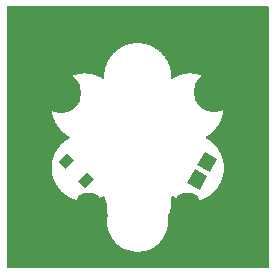
<source format=gbr>
G04 EAGLE Gerber RS-274X export*
G75*
%MOMM*%
%FSLAX34Y34*%
%LPD*%
%INSoldermask Top*%
%IPPOS*%
%AMOC8*
5,1,8,0,0,1.08239X$1,22.5*%
G01*
%ADD10C,0.203200*%
%ADD11C,3.419200*%
%ADD12C,1.623313*%
%ADD13R,0.833200X1.033200*%
%ADD14R,1.303200X1.203200*%

G36*
X111007Y110058D02*
X111007Y110058D01*
X111009Y110116D01*
X110987Y110198D01*
X110975Y110282D01*
X110952Y110335D01*
X110937Y110391D01*
X110894Y110464D01*
X110859Y110541D01*
X110821Y110586D01*
X110792Y110636D01*
X110730Y110694D01*
X110676Y110758D01*
X110627Y110790D01*
X110584Y110830D01*
X110509Y110869D01*
X110439Y110916D01*
X110383Y110933D01*
X110331Y110960D01*
X110263Y110971D01*
X110168Y111001D01*
X110068Y111004D01*
X110000Y111015D01*
X-110000Y111015D01*
X-110058Y111007D01*
X-110116Y111009D01*
X-110198Y110987D01*
X-110282Y110975D01*
X-110335Y110952D01*
X-110391Y110937D01*
X-110464Y110894D01*
X-110541Y110859D01*
X-110586Y110821D01*
X-110636Y110792D01*
X-110694Y110730D01*
X-110758Y110676D01*
X-110790Y110627D01*
X-110830Y110584D01*
X-110869Y110509D01*
X-110916Y110439D01*
X-110933Y110383D01*
X-110960Y110331D01*
X-110971Y110263D01*
X-111001Y110168D01*
X-111004Y110068D01*
X-111015Y110000D01*
X-111015Y-110000D01*
X-111007Y-110058D01*
X-111009Y-110116D01*
X-110987Y-110198D01*
X-110975Y-110282D01*
X-110952Y-110335D01*
X-110937Y-110391D01*
X-110894Y-110464D01*
X-110859Y-110541D01*
X-110821Y-110586D01*
X-110792Y-110636D01*
X-110730Y-110694D01*
X-110676Y-110758D01*
X-110627Y-110790D01*
X-110584Y-110830D01*
X-110509Y-110869D01*
X-110439Y-110916D01*
X-110383Y-110933D01*
X-110331Y-110960D01*
X-110263Y-110971D01*
X-110168Y-111001D01*
X-110068Y-111004D01*
X-110000Y-111015D01*
X110000Y-111015D01*
X110058Y-111007D01*
X110116Y-111009D01*
X110198Y-110987D01*
X110282Y-110975D01*
X110335Y-110952D01*
X110391Y-110937D01*
X110464Y-110894D01*
X110541Y-110859D01*
X110586Y-110821D01*
X110636Y-110792D01*
X110694Y-110730D01*
X110758Y-110676D01*
X110790Y-110627D01*
X110830Y-110584D01*
X110869Y-110509D01*
X110916Y-110439D01*
X110933Y-110383D01*
X110960Y-110331D01*
X110971Y-110263D01*
X111001Y-110168D01*
X111004Y-110068D01*
X111015Y-110000D01*
X111015Y110000D01*
X111007Y110058D01*
G37*
%LPC*%
G36*
X-4303Y-96363D02*
X-4303Y-96363D01*
X-8088Y-95294D01*
X-11450Y-94212D01*
X-14561Y-92668D01*
X-17410Y-90680D01*
X-19932Y-88291D01*
X-22072Y-85554D01*
X-23782Y-82530D01*
X-25025Y-79286D01*
X-25773Y-75894D01*
X-26009Y-72428D01*
X-25728Y-68966D01*
X-24919Y-65509D01*
X-24908Y-65381D01*
X-24893Y-65254D01*
X-24895Y-65240D01*
X-24894Y-65226D01*
X-24919Y-65100D01*
X-24939Y-64974D01*
X-24945Y-64962D01*
X-24948Y-64947D01*
X-25078Y-64694D01*
X-25087Y-64684D01*
X-25092Y-64674D01*
X-25727Y-63816D01*
X-27039Y-61628D01*
X-29004Y-51801D01*
X-29042Y-51694D01*
X-29074Y-51584D01*
X-29089Y-51560D01*
X-29099Y-51533D01*
X-29165Y-51440D01*
X-29225Y-51344D01*
X-29247Y-51325D01*
X-29264Y-51301D01*
X-29353Y-51230D01*
X-29438Y-51155D01*
X-29464Y-51142D01*
X-29486Y-51124D01*
X-29591Y-51081D01*
X-29694Y-51032D01*
X-29723Y-51027D01*
X-29749Y-51016D01*
X-29862Y-51004D01*
X-29975Y-50985D01*
X-30003Y-50988D01*
X-30032Y-50985D01*
X-30144Y-51005D01*
X-30257Y-51018D01*
X-30281Y-51028D01*
X-30312Y-51034D01*
X-30542Y-51146D01*
X-30563Y-51155D01*
X-33372Y-53028D01*
X-46850Y-54953D01*
X-46861Y-54909D01*
X-46888Y-54862D01*
X-46906Y-54811D01*
X-46958Y-54739D01*
X-47002Y-54662D01*
X-47041Y-54624D01*
X-47072Y-54580D01*
X-47142Y-54526D01*
X-47206Y-54464D01*
X-47254Y-54439D01*
X-47296Y-54405D01*
X-47363Y-54380D01*
X-47457Y-54330D01*
X-47549Y-54311D01*
X-47611Y-54288D01*
X-50154Y-53795D01*
X-57521Y-51165D01*
X-59312Y-50240D01*
X-62676Y-47842D01*
X-65665Y-44991D01*
X-68218Y-41743D01*
X-70284Y-38165D01*
X-71820Y-34330D01*
X-72795Y-30316D01*
X-72985Y-28333D01*
X-72985Y-22025D01*
X-72281Y-18358D01*
X-68164Y-7654D01*
X-58418Y-832D01*
X-58332Y-751D01*
X-58242Y-676D01*
X-58228Y-655D01*
X-58210Y-638D01*
X-58150Y-537D01*
X-58085Y-439D01*
X-58077Y-415D01*
X-58064Y-394D01*
X-58034Y-280D01*
X-57999Y-168D01*
X-57998Y-143D01*
X-57992Y-119D01*
X-57994Y-1D01*
X-57991Y116D01*
X-57998Y140D01*
X-57998Y165D01*
X-58034Y278D01*
X-58063Y391D01*
X-58076Y413D01*
X-58083Y437D01*
X-58149Y535D01*
X-58209Y636D01*
X-58227Y653D01*
X-58240Y674D01*
X-58330Y750D01*
X-58416Y830D01*
X-58438Y842D01*
X-58457Y858D01*
X-58564Y906D01*
X-58669Y960D01*
X-58691Y963D01*
X-58716Y975D01*
X-58998Y1015D01*
X-58999Y1015D01*
X-59000Y1015D01*
X-59693Y1015D01*
X-65247Y4718D01*
X-70844Y14047D01*
X-71398Y15651D01*
X-72624Y20147D01*
X-72995Y22077D01*
X-73189Y26204D01*
X-72795Y30316D01*
X-71820Y34330D01*
X-70284Y38165D01*
X-68218Y41743D01*
X-65665Y44991D01*
X-62676Y47842D01*
X-59312Y50240D01*
X-55641Y52135D01*
X-51738Y53489D01*
X-47611Y54288D01*
X-47560Y54305D01*
X-47507Y54314D01*
X-47426Y54352D01*
X-47342Y54380D01*
X-47298Y54411D01*
X-47249Y54434D01*
X-47182Y54493D01*
X-47110Y54544D01*
X-47100Y54556D01*
X-42123Y54971D01*
X-30321Y51037D01*
X-30298Y51033D01*
X-30277Y51023D01*
X-30159Y51007D01*
X-30041Y50986D01*
X-30019Y50988D01*
X-29996Y50985D01*
X-29878Y51002D01*
X-29759Y51014D01*
X-29737Y51022D01*
X-29714Y51026D01*
X-29606Y51075D01*
X-29495Y51120D01*
X-29476Y51134D01*
X-29456Y51143D01*
X-29365Y51221D01*
X-29270Y51294D01*
X-29257Y51313D01*
X-29239Y51328D01*
X-29173Y51427D01*
X-29103Y51524D01*
X-29095Y51546D01*
X-29083Y51565D01*
X-29062Y51638D01*
X-29006Y51791D01*
X-29003Y51846D01*
X-28991Y51888D01*
X-28015Y60668D01*
X-23564Y68087D01*
X-23542Y68101D01*
X-23492Y68121D01*
X-23437Y68166D01*
X-23347Y68223D01*
X-23284Y68292D01*
X-23233Y68335D01*
X-20478Y71509D01*
X-17354Y74212D01*
X-13877Y76444D01*
X-10119Y78158D01*
X-6155Y79321D01*
X-2066Y79908D01*
X2066Y79908D01*
X6155Y79321D01*
X10119Y78158D01*
X13877Y76444D01*
X17354Y74212D01*
X20478Y71509D01*
X23233Y68335D01*
X23274Y68299D01*
X23308Y68257D01*
X23381Y68206D01*
X23448Y68148D01*
X23497Y68125D01*
X23541Y68094D01*
X23564Y68087D01*
X28015Y60668D01*
X28991Y51888D01*
X29015Y51796D01*
X29029Y51702D01*
X29050Y51659D01*
X29062Y51613D01*
X29110Y51531D01*
X29150Y51445D01*
X29182Y51409D01*
X29206Y51368D01*
X29275Y51302D01*
X29337Y51231D01*
X29378Y51205D01*
X29412Y51172D01*
X29497Y51129D01*
X29576Y51077D01*
X29622Y51064D01*
X29665Y51042D01*
X29758Y51023D01*
X29849Y50996D01*
X29897Y50996D01*
X29944Y50986D01*
X30038Y50994D01*
X30133Y50994D01*
X30174Y51006D01*
X30227Y51010D01*
X30382Y51070D01*
X30454Y51092D01*
X34317Y53024D01*
X45983Y54968D01*
X55592Y53046D01*
X65246Y46289D01*
X71733Y35747D01*
X71820Y35530D01*
X72795Y31516D01*
X72985Y29533D01*
X72985Y23225D01*
X72216Y19220D01*
X70844Y15247D01*
X70834Y15194D01*
X70815Y15143D01*
X70807Y15055D01*
X70790Y14968D01*
X70795Y14914D01*
X70790Y14860D01*
X70807Y14773D01*
X70815Y14684D01*
X70835Y14634D01*
X70845Y14581D01*
X70886Y14502D01*
X70918Y14419D01*
X70919Y14419D01*
X66218Y5689D01*
X59410Y826D01*
X59328Y748D01*
X59242Y676D01*
X59226Y651D01*
X59204Y630D01*
X59147Y533D01*
X59085Y439D01*
X59076Y410D01*
X59060Y385D01*
X59033Y275D01*
X58999Y168D01*
X58998Y138D01*
X58991Y109D01*
X58994Y-4D01*
X58991Y-116D01*
X58999Y-145D01*
X59000Y-175D01*
X59035Y-283D01*
X59063Y-391D01*
X59078Y-417D01*
X59088Y-445D01*
X59151Y-539D01*
X59209Y-636D01*
X59230Y-656D01*
X59247Y-681D01*
X59333Y-753D01*
X59416Y-830D01*
X59442Y-844D01*
X59465Y-863D01*
X59569Y-909D01*
X59669Y-960D01*
X59695Y-964D01*
X59725Y-977D01*
X59970Y-1010D01*
X60000Y-1015D01*
X60553Y-1015D01*
X71056Y-12472D01*
X71345Y-14013D01*
X71291Y-14049D01*
X71212Y-14090D01*
X71173Y-14128D01*
X71128Y-14158D01*
X71071Y-14225D01*
X71007Y-14287D01*
X70979Y-14333D01*
X70945Y-14375D01*
X70908Y-14456D01*
X70864Y-14532D01*
X70850Y-14585D01*
X70828Y-14634D01*
X70816Y-14722D01*
X70794Y-14808D01*
X70796Y-14862D01*
X70789Y-14916D01*
X70800Y-14986D01*
X70804Y-15092D01*
X70833Y-15181D01*
X70844Y-15247D01*
X72216Y-19220D01*
X72995Y-23277D01*
X73189Y-27404D01*
X72795Y-31516D01*
X71820Y-35530D01*
X70284Y-39365D01*
X68218Y-42943D01*
X66736Y-44828D01*
X62140Y-49424D01*
X60729Y-50430D01*
X49838Y-54968D01*
X38225Y-54000D01*
X30356Y-51049D01*
X30337Y-51045D01*
X30319Y-51036D01*
X30199Y-51014D01*
X30079Y-50988D01*
X30059Y-50989D01*
X30040Y-50986D01*
X29918Y-50998D01*
X29795Y-51006D01*
X29777Y-51012D01*
X29757Y-51014D01*
X29643Y-51060D01*
X29528Y-51101D01*
X29511Y-51113D01*
X29493Y-51120D01*
X29396Y-51196D01*
X29297Y-51268D01*
X29285Y-51283D01*
X29269Y-51295D01*
X29197Y-51395D01*
X29121Y-51491D01*
X29114Y-51510D01*
X29102Y-51526D01*
X29079Y-51596D01*
X29015Y-51755D01*
X29010Y-51806D01*
X28997Y-51844D01*
X27280Y-62911D01*
X25709Y-65635D01*
X25685Y-65693D01*
X25653Y-65747D01*
X25632Y-65824D01*
X25602Y-65898D01*
X25596Y-65961D01*
X25580Y-66022D01*
X25582Y-66102D01*
X25574Y-66181D01*
X25585Y-66243D01*
X25586Y-66306D01*
X25608Y-66369D01*
X25624Y-66461D01*
X25671Y-66556D01*
X25676Y-66569D01*
X26026Y-70410D01*
X25781Y-74365D01*
X24938Y-78237D01*
X23515Y-81935D01*
X21545Y-85374D01*
X19076Y-88473D01*
X16163Y-91161D01*
X12876Y-93373D01*
X9262Y-95073D01*
X5944Y-96276D01*
X-871Y-97009D01*
X-906Y-97017D01*
X-942Y-97019D01*
X-1043Y-97052D01*
X-1146Y-97078D01*
X-1178Y-97097D01*
X-1212Y-97108D01*
X-1260Y-97141D01*
X-4303Y-96363D01*
G37*
%LPD*%
D10*
X29200Y50600D02*
X29212Y51315D01*
X29206Y52031D01*
X29183Y52745D01*
X29142Y53460D01*
X29084Y54173D01*
X29008Y54884D01*
X28915Y55593D01*
X28805Y56300D01*
X28678Y57004D01*
X28533Y57704D01*
X28371Y58401D01*
X28193Y59094D01*
X27997Y59782D01*
X27785Y60465D01*
X27556Y61143D01*
X27310Y61815D01*
X27048Y62480D01*
X26770Y63139D01*
X26476Y63791D01*
X26166Y64436D01*
X25841Y65073D01*
X25500Y65702D01*
X25144Y66322D01*
X24772Y66934D01*
X24386Y67536D01*
X23985Y68128D01*
X23570Y68711D01*
X23141Y69283D01*
X22698Y69844D01*
X22241Y70395D01*
X21771Y70934D01*
X21288Y71462D01*
X20792Y71977D01*
X20284Y72481D01*
X19763Y72971D01*
X19231Y73449D01*
X18687Y73914D01*
X18132Y74365D01*
X17566Y74803D01*
X16990Y75227D01*
X16404Y75636D01*
X15807Y76031D01*
X15201Y76411D01*
X14586Y76777D01*
X13963Y77127D01*
X13330Y77462D01*
X12690Y77781D01*
X12043Y78085D01*
X11388Y78372D01*
X10726Y78644D01*
X10058Y78899D01*
X9383Y79138D01*
X8704Y79360D01*
X8018Y79566D01*
X7329Y79755D01*
X6634Y79927D01*
X5936Y80082D01*
X5234Y80220D01*
X4529Y80340D01*
X3821Y80444D01*
X3111Y80530D01*
X2399Y80598D01*
X1685Y80649D01*
X971Y80683D01*
X256Y80699D01*
X-460Y80698D01*
X-1175Y80679D01*
X-1889Y80643D01*
X-2602Y80590D01*
X-3314Y80519D01*
X-4024Y80430D01*
X-4732Y80324D01*
X-5436Y80201D01*
X-6138Y80061D01*
X-6836Y79904D01*
X-7529Y79730D01*
X-8219Y79538D01*
X-8903Y79330D01*
X-9582Y79106D01*
X-10256Y78865D01*
X-10923Y78607D01*
X-11584Y78333D01*
X-12238Y78043D01*
X-12884Y77737D01*
X-13523Y77416D01*
X-14154Y77079D01*
X-14777Y76727D01*
X-15391Y76359D01*
X-15995Y75977D01*
X-16590Y75580D01*
X-17175Y75168D01*
X-17750Y74743D01*
X-18315Y74303D01*
X-18868Y73850D01*
X-19410Y73383D01*
X-19941Y72904D01*
X-20460Y72411D01*
X-20966Y71906D01*
X-21460Y71389D01*
X-21941Y70859D01*
X-22410Y70319D01*
X-22864Y69767D01*
X-23306Y69203D01*
X-23733Y68630D01*
X-24146Y68046D01*
X-24545Y67452D01*
X-24929Y66849D01*
X-25298Y66236D01*
X-25652Y65614D01*
X-25991Y64984D01*
X-26315Y64346D01*
X-26622Y63701D01*
X-26914Y63048D01*
X-27190Y62388D01*
X-27449Y61721D01*
X-27693Y61048D01*
X-27919Y60370D01*
X-28129Y59686D01*
X-28323Y58997D01*
X-28499Y58304D01*
X-28658Y57607D01*
X-28801Y56906D01*
X-28926Y56201D01*
X-29033Y55494D01*
X-29124Y54785D01*
X-29197Y54073D01*
X-29253Y53360D01*
X-29291Y52646D01*
X-29312Y51930D01*
X-29315Y51215D01*
X-29301Y50500D01*
X29200Y50599D02*
X29812Y50967D01*
X30433Y51319D01*
X31063Y51656D01*
X31700Y51977D01*
X32345Y52283D01*
X32998Y52573D01*
X33657Y52847D01*
X34323Y53105D01*
X34995Y53346D01*
X35672Y53571D01*
X36355Y53779D01*
X37043Y53970D01*
X37735Y54145D01*
X38432Y54302D01*
X39132Y54443D01*
X39835Y54566D01*
X40541Y54672D01*
X41249Y54761D01*
X41959Y54833D01*
X42671Y54887D01*
X43384Y54924D01*
X44098Y54943D01*
X44812Y54945D01*
X45526Y54929D01*
X46239Y54896D01*
X46951Y54845D01*
X47662Y54777D01*
X48370Y54692D01*
X49077Y54589D01*
X49781Y54470D01*
X50481Y54333D01*
X51178Y54179D01*
X51872Y54007D01*
X52560Y53819D01*
X53244Y53615D01*
X53923Y53393D01*
X54596Y53155D01*
X55263Y52901D01*
X55924Y52630D01*
X56578Y52344D01*
X57224Y52041D01*
X57863Y51723D01*
X58494Y51389D01*
X59117Y51040D01*
X59731Y50676D01*
X60336Y50297D01*
X60932Y49903D01*
X61517Y49495D01*
X62093Y49072D01*
X62658Y48636D01*
X63212Y48186D01*
X63755Y47722D01*
X64287Y47245D01*
X64806Y46756D01*
X65314Y46254D01*
X65809Y45740D01*
X66291Y45213D01*
X66761Y44675D01*
X67217Y44126D01*
X67659Y43566D01*
X68088Y42995D01*
X68503Y42414D01*
X68903Y41823D01*
X69289Y41222D01*
X69660Y40612D01*
X70016Y39993D01*
X70356Y39366D01*
X70682Y38730D01*
X70991Y38087D01*
X71285Y37436D01*
X71563Y36779D01*
X71825Y36114D01*
X72070Y35444D01*
X72299Y34768D01*
X72511Y34086D01*
X72706Y33399D01*
X72885Y32708D01*
X73047Y32013D01*
X73191Y31314D01*
X73319Y30611D01*
X73429Y29906D01*
X73522Y29198D01*
X73598Y28488D01*
X73656Y27777D01*
X73697Y27064D01*
X73721Y26350D01*
X73727Y25636D01*
X73715Y24923D01*
X73686Y24209D01*
X73640Y23497D01*
X73576Y22786D01*
X73495Y22076D01*
X73397Y21369D01*
X73281Y20665D01*
X73148Y19963D01*
X72999Y19265D01*
X72832Y18571D01*
X72648Y17881D01*
X72447Y17196D01*
X72230Y16516D01*
X71996Y15842D01*
X71745Y15173D01*
X71479Y14511D01*
X71196Y13855D01*
X70897Y13207D01*
X70583Y12566D01*
X70253Y11933D01*
X69907Y11308D01*
X69547Y10692D01*
X69171Y10085D01*
X68781Y9487D01*
X68376Y8899D01*
X67957Y8321D01*
X67524Y7753D01*
X67077Y7196D01*
X66617Y6651D01*
X66143Y6116D01*
X65657Y5594D01*
X65158Y5083D01*
X64647Y4585D01*
X64123Y4100D01*
X63588Y3627D01*
X63042Y3168D01*
X62484Y2722D01*
X61916Y2290D01*
X61337Y1871D01*
X60748Y1468D01*
X60150Y1078D01*
X59542Y704D01*
X58925Y344D01*
X58300Y0D01*
X29200Y-50500D02*
X29200Y-63510D01*
X26670Y-66040D01*
X26670Y-71120D01*
X26675Y-71771D01*
X26663Y-72421D01*
X26636Y-73072D01*
X26594Y-73721D01*
X26535Y-74369D01*
X26461Y-75016D01*
X26371Y-75660D01*
X26266Y-76302D01*
X26146Y-76942D01*
X26009Y-77578D01*
X25858Y-78211D01*
X25691Y-78840D01*
X25509Y-79465D01*
X25313Y-80085D01*
X25101Y-80700D01*
X24874Y-81310D01*
X24633Y-81915D01*
X24377Y-82513D01*
X24107Y-83105D01*
X23822Y-83690D01*
X23524Y-84269D01*
X23211Y-84840D01*
X22885Y-85403D01*
X22546Y-85958D01*
X22193Y-86505D01*
X21827Y-87043D01*
X21448Y-87572D01*
X21056Y-88091D01*
X20652Y-88602D01*
X20236Y-89102D01*
X19808Y-89592D01*
X19368Y-90071D01*
X18916Y-90540D01*
X18454Y-90998D01*
X17980Y-91444D01*
X17496Y-91879D01*
X17002Y-92302D01*
X16497Y-92713D01*
X15983Y-93112D01*
X15459Y-93498D01*
X14926Y-93871D01*
X14384Y-94231D01*
X13833Y-94578D01*
X13275Y-94912D01*
X12708Y-95232D01*
X12134Y-95538D01*
X11553Y-95831D01*
X10964Y-96109D01*
X10369Y-96373D01*
X9768Y-96622D01*
X9162Y-96857D01*
X8549Y-97077D01*
X7932Y-97283D01*
X7309Y-97473D01*
X6683Y-97648D01*
X6052Y-97808D01*
X5417Y-97953D01*
X4780Y-98082D01*
X4139Y-98196D01*
X3496Y-98295D01*
X2850Y-98377D01*
X2203Y-98445D01*
X1554Y-98496D01*
X904Y-98532D01*
X254Y-98552D01*
X-422Y-98532D01*
X-1098Y-98496D01*
X-1773Y-98443D01*
X-2446Y-98373D01*
X-3117Y-98287D01*
X-3786Y-98184D01*
X-4452Y-98066D01*
X-5115Y-97930D01*
X-5774Y-97779D01*
X-6430Y-97611D01*
X-7081Y-97428D01*
X-7728Y-97228D01*
X-8369Y-97013D01*
X-9005Y-96782D01*
X-9636Y-96535D01*
X-10260Y-96274D01*
X-10877Y-95996D01*
X-11487Y-95704D01*
X-12090Y-95397D01*
X-12685Y-95075D01*
X-13273Y-94739D01*
X-13851Y-94388D01*
X-14421Y-94024D01*
X-14982Y-93645D01*
X-15534Y-93253D01*
X-16075Y-92847D01*
X-16607Y-92428D01*
X-17128Y-91997D01*
X-17638Y-91552D01*
X-18137Y-91096D01*
X-18625Y-90627D01*
X-19102Y-90146D01*
X-19566Y-89654D01*
X-20018Y-89150D01*
X-20458Y-88636D01*
X-20884Y-88111D01*
X-21298Y-87576D01*
X-21699Y-87030D01*
X-22086Y-86475D01*
X-22459Y-85911D01*
X-22819Y-85337D01*
X-23164Y-84755D01*
X-23495Y-84165D01*
X-23811Y-83567D01*
X-24112Y-82961D01*
X-24399Y-82348D01*
X-24670Y-81728D01*
X-24927Y-81102D01*
X-25167Y-80470D01*
X-25392Y-79831D01*
X-25602Y-79188D01*
X-25795Y-78540D01*
X-25973Y-77887D01*
X-26134Y-77229D01*
X-26279Y-76569D01*
X-26408Y-75904D01*
X-26521Y-75237D01*
X-26617Y-74567D01*
X-26697Y-73895D01*
X-26761Y-73222D01*
X-26807Y-72547D01*
X-26838Y-71871D01*
X-26851Y-71194D01*
X-26848Y-70517D01*
X-26829Y-69841D01*
X-26792Y-69165D01*
X-26740Y-68491D01*
X-26670Y-67818D01*
X-26591Y-66942D01*
X-26532Y-66065D01*
X-26494Y-65187D01*
X-26476Y-64308D01*
X-26479Y-63429D01*
X-26503Y-62550D01*
X-26547Y-61672D01*
X-26611Y-60795D01*
X-26696Y-59920D01*
X-26801Y-59048D01*
X-26926Y-58178D01*
X-27072Y-57311D01*
X-27238Y-56447D01*
X-27424Y-55588D01*
X-27630Y-54734D01*
X-27856Y-53884D01*
X-28102Y-53040D01*
X-28367Y-52202D01*
X-28652Y-51370D01*
X-28956Y-50545D01*
X-28956Y-50546D02*
X-29100Y-50400D01*
X29200Y-50500D02*
X29806Y-50872D01*
X30422Y-51230D01*
X31046Y-51573D01*
X31678Y-51900D01*
X32318Y-52211D01*
X32966Y-52507D01*
X33620Y-52787D01*
X34282Y-53051D01*
X34949Y-53299D01*
X35622Y-53531D01*
X36301Y-53746D01*
X36985Y-53944D01*
X37673Y-54125D01*
X38366Y-54290D01*
X39062Y-54438D01*
X39762Y-54568D01*
X40465Y-54682D01*
X41170Y-54778D01*
X41877Y-54858D01*
X42587Y-54919D01*
X43297Y-54964D01*
X44008Y-54991D01*
X44720Y-55001D01*
X45432Y-54993D01*
X46144Y-54968D01*
X46854Y-54926D01*
X47564Y-54867D01*
X48271Y-54790D01*
X48977Y-54695D01*
X49680Y-54584D01*
X50380Y-54456D01*
X51077Y-54310D01*
X51770Y-54147D01*
X52459Y-53968D01*
X53144Y-53772D01*
X53823Y-53559D01*
X54497Y-53330D01*
X55165Y-53084D01*
X55827Y-52822D01*
X56482Y-52544D01*
X57131Y-52250D01*
X57772Y-51941D01*
X58405Y-51615D01*
X59030Y-51275D01*
X59647Y-50919D01*
X60255Y-50548D01*
X60853Y-50163D01*
X61442Y-49763D01*
X62021Y-49349D01*
X62590Y-48921D01*
X63148Y-48479D01*
X63695Y-48024D01*
X64231Y-47555D01*
X64756Y-47073D01*
X65268Y-46579D01*
X65768Y-46073D01*
X66256Y-45554D01*
X66731Y-45024D01*
X67193Y-44482D01*
X67641Y-43929D01*
X68076Y-43365D01*
X68497Y-42791D01*
X68904Y-42207D01*
X69296Y-41613D01*
X69674Y-41009D01*
X70037Y-40397D01*
X70385Y-39776D01*
X70717Y-39146D01*
X71034Y-38509D01*
X71336Y-37864D01*
X71622Y-37212D01*
X71891Y-36553D01*
X72145Y-35888D01*
X72382Y-35217D01*
X72603Y-34540D01*
X72807Y-33858D01*
X72994Y-33171D01*
X73165Y-32480D01*
X73319Y-31785D01*
X73455Y-31086D01*
X73575Y-30384D01*
X73677Y-29680D01*
X73763Y-28973D01*
X73831Y-28265D01*
X73881Y-27554D01*
X73915Y-26843D01*
X73930Y-26132D01*
X73929Y-25420D01*
X73910Y-24708D01*
X73874Y-23997D01*
X73821Y-23287D01*
X73750Y-22579D01*
X73662Y-21872D01*
X73556Y-21168D01*
X73434Y-20467D01*
X73294Y-19769D01*
X73138Y-19074D01*
X72964Y-18384D01*
X72774Y-17698D01*
X72567Y-17017D01*
X72343Y-16341D01*
X72104Y-15671D01*
X71847Y-15006D01*
X71575Y-14349D01*
X71287Y-13698D01*
X70983Y-13054D01*
X70663Y-12418D01*
X70328Y-11790D01*
X69977Y-11170D01*
X69612Y-10559D01*
X69232Y-9958D01*
X68837Y-9365D01*
X68428Y-8783D01*
X68004Y-8210D01*
X67567Y-7648D01*
X67117Y-7097D01*
X66653Y-6557D01*
X66176Y-6029D01*
X65686Y-5512D01*
X65183Y-5008D01*
X64669Y-4515D01*
X64143Y-4036D01*
X63605Y-3570D01*
X63056Y-3116D01*
X62496Y-2677D01*
X61926Y-2251D01*
X61345Y-1839D01*
X60754Y-1442D01*
X60154Y-1059D01*
X59545Y-691D01*
X58927Y-337D01*
X58300Y1D01*
X-29100Y-50400D02*
X-29705Y-50772D01*
X-30319Y-51129D01*
X-30942Y-51471D01*
X-31573Y-51797D01*
X-32212Y-52109D01*
X-32858Y-52404D01*
X-33511Y-52684D01*
X-34171Y-52947D01*
X-34837Y-53195D01*
X-35509Y-53426D01*
X-36186Y-53640D01*
X-36869Y-53839D01*
X-37555Y-54020D01*
X-38247Y-54184D01*
X-38942Y-54332D01*
X-39640Y-54463D01*
X-40341Y-54576D01*
X-41045Y-54673D01*
X-41751Y-54752D01*
X-42459Y-54814D01*
X-43168Y-54859D01*
X-43878Y-54886D01*
X-44589Y-54896D01*
X-45299Y-54889D01*
X-46009Y-54864D01*
X-46718Y-54822D01*
X-47426Y-54763D01*
X-48133Y-54686D01*
X-48837Y-54593D01*
X-49539Y-54482D01*
X-50238Y-54354D01*
X-50933Y-54209D01*
X-51625Y-54047D01*
X-52313Y-53868D01*
X-52996Y-53673D01*
X-53674Y-53461D01*
X-54347Y-53232D01*
X-55014Y-52988D01*
X-55675Y-52727D01*
X-56329Y-52449D01*
X-56976Y-52156D01*
X-57616Y-51848D01*
X-58248Y-51524D01*
X-58872Y-51184D01*
X-59488Y-50829D01*
X-60095Y-50460D01*
X-60693Y-50076D01*
X-61281Y-49677D01*
X-61859Y-49264D01*
X-62427Y-48837D01*
X-62984Y-48396D01*
X-63530Y-47942D01*
X-64066Y-47475D01*
X-64589Y-46995D01*
X-65101Y-46502D01*
X-65601Y-45997D01*
X-66088Y-45479D01*
X-66562Y-44950D01*
X-67023Y-44410D01*
X-67471Y-43859D01*
X-67906Y-43296D01*
X-68326Y-42724D01*
X-68733Y-42141D01*
X-69125Y-41548D01*
X-69502Y-40947D01*
X-69865Y-40336D01*
X-70213Y-39716D01*
X-70545Y-39088D01*
X-70862Y-38452D01*
X-71164Y-37809D01*
X-71450Y-37158D01*
X-71719Y-36501D01*
X-71973Y-35837D01*
X-72210Y-35168D01*
X-72431Y-34492D01*
X-72636Y-33812D01*
X-72823Y-33127D01*
X-72994Y-32437D01*
X-73149Y-31744D01*
X-73286Y-31046D01*
X-73406Y-30346D01*
X-73509Y-29643D01*
X-73595Y-28938D01*
X-73663Y-28231D01*
X-73714Y-27522D01*
X-73748Y-26812D01*
X-73765Y-26102D01*
X-73764Y-25392D01*
X-73746Y-24681D01*
X-73711Y-23972D01*
X-73659Y-23263D01*
X-73589Y-22556D01*
X-73502Y-21851D01*
X-73397Y-21148D01*
X-73276Y-20448D01*
X-73137Y-19751D01*
X-72982Y-19058D01*
X-72810Y-18369D01*
X-72621Y-17684D01*
X-72415Y-17004D01*
X-72193Y-16329D01*
X-71954Y-15660D01*
X-71699Y-14996D01*
X-71428Y-14340D01*
X-71141Y-13690D01*
X-70839Y-13047D01*
X-70520Y-12412D01*
X-70187Y-11784D01*
X-69838Y-11165D01*
X-69474Y-10555D01*
X-69095Y-9954D01*
X-68702Y-9362D01*
X-68295Y-8780D01*
X-67873Y-8208D01*
X-67438Y-7647D01*
X-66989Y-7096D01*
X-66526Y-6557D01*
X-66051Y-6029D01*
X-65563Y-5512D01*
X-65062Y-5008D01*
X-64550Y-4516D01*
X-64025Y-4037D01*
X-63489Y-3571D01*
X-62942Y-3117D01*
X-62384Y-2678D01*
X-61815Y-2252D01*
X-61236Y-1840D01*
X-60647Y-1442D01*
X-60049Y-1059D01*
X-59441Y-691D01*
X-58825Y-337D01*
X-58200Y1D01*
X-58826Y336D01*
X-59444Y687D01*
X-60053Y1053D01*
X-60653Y1434D01*
X-61243Y1829D01*
X-61823Y2239D01*
X-62394Y2662D01*
X-62954Y3099D01*
X-63503Y3550D01*
X-64041Y4014D01*
X-64567Y4491D01*
X-65082Y4981D01*
X-65584Y5483D01*
X-66075Y5998D01*
X-66552Y6524D01*
X-67016Y7062D01*
X-67468Y7610D01*
X-67905Y8170D01*
X-68329Y8740D01*
X-68739Y9320D01*
X-69135Y9911D01*
X-69516Y10510D01*
X-69882Y11119D01*
X-70233Y11736D01*
X-70569Y12362D01*
X-70890Y12996D01*
X-71195Y13638D01*
X-71485Y14286D01*
X-71759Y14942D01*
X-72016Y15604D01*
X-72257Y16272D01*
X-72482Y16946D01*
X-72691Y17626D01*
X-72882Y18310D01*
X-73057Y18998D01*
X-73215Y19691D01*
X-73357Y20387D01*
X-73481Y21087D01*
X-73588Y21789D01*
X-73678Y22494D01*
X-73750Y23200D01*
X-73806Y23909D01*
X-73844Y24618D01*
X-73865Y25328D01*
X-73868Y26039D01*
X-73854Y26749D01*
X-73823Y27459D01*
X-73775Y28168D01*
X-73709Y28875D01*
X-73626Y29581D01*
X-73526Y30284D01*
X-73408Y30985D01*
X-73274Y31682D01*
X-73122Y32376D01*
X-72954Y33067D01*
X-72769Y33753D01*
X-72567Y34434D01*
X-72349Y35110D01*
X-72114Y35780D01*
X-71863Y36445D01*
X-71596Y37103D01*
X-71313Y37755D01*
X-71014Y38399D01*
X-70699Y39036D01*
X-70369Y39665D01*
X-70024Y40286D01*
X-69663Y40899D01*
X-69288Y41502D01*
X-68898Y42096D01*
X-68494Y42680D01*
X-68076Y43254D01*
X-67644Y43818D01*
X-67198Y44371D01*
X-66738Y44913D01*
X-66266Y45444D01*
X-65781Y45963D01*
X-65283Y46470D01*
X-64774Y46965D01*
X-64252Y47447D01*
X-63718Y47916D01*
X-63174Y48373D01*
X-62618Y48815D01*
X-62052Y49244D01*
X-61475Y49659D01*
X-60889Y50060D01*
X-60293Y50447D01*
X-59687Y50819D01*
X-59073Y51176D01*
X-58450Y51517D01*
X-57819Y51844D01*
X-57180Y52155D01*
X-56534Y52450D01*
X-55881Y52730D01*
X-55221Y52993D01*
X-54555Y53241D01*
X-53884Y53472D01*
X-53206Y53686D01*
X-52524Y53884D01*
X-51837Y54065D01*
X-51146Y54230D01*
X-50451Y54377D01*
X-49752Y54508D01*
X-49051Y54621D01*
X-48347Y54717D01*
X-47641Y54796D01*
X-46933Y54858D01*
X-46224Y54903D01*
X-45514Y54930D01*
X-44804Y54940D01*
X-44094Y54933D01*
X-43384Y54908D01*
X-42674Y54866D01*
X-41967Y54806D01*
X-41260Y54730D01*
X-40556Y54636D01*
X-39854Y54525D01*
X-39155Y54397D01*
X-38460Y54252D01*
X-37768Y54090D01*
X-37081Y53911D01*
X-36398Y53715D01*
X-35720Y53503D01*
X-35047Y53274D01*
X-34380Y53029D01*
X-33719Y52768D01*
X-33065Y52491D01*
X-32418Y52198D01*
X-31778Y51889D01*
X-31146Y51564D01*
X-30522Y51225D01*
X-29907Y50870D01*
X-29300Y50500D01*
D11*
X-65000Y37500D03*
X65000Y38700D03*
D12*
X44335Y-54725D02*
X44335Y-72275D01*
X39485Y-72275D01*
X39485Y-54725D01*
X44335Y-54725D01*
X44335Y-56854D02*
X39485Y-56854D01*
X-39485Y-54725D02*
X-39485Y-72275D01*
X-44335Y-72275D01*
X-44335Y-54725D01*
X-39485Y-54725D01*
X-39485Y-56854D02*
X-44335Y-56854D01*
D13*
G36*
X-43231Y-29474D02*
X-37340Y-35365D01*
X-44645Y-42670D01*
X-50536Y-36779D01*
X-43231Y-29474D01*
G37*
G36*
X-59495Y-13210D02*
X-53604Y-19101D01*
X-60909Y-26406D01*
X-66800Y-20515D01*
X-59495Y-13210D01*
G37*
D14*
G36*
X58878Y-33056D02*
X52362Y-44342D01*
X41942Y-38326D01*
X48458Y-27040D01*
X58878Y-33056D01*
G37*
G36*
X67378Y-18334D02*
X60862Y-29620D01*
X50442Y-23604D01*
X56958Y-12318D01*
X67378Y-18334D01*
G37*
M02*

</source>
